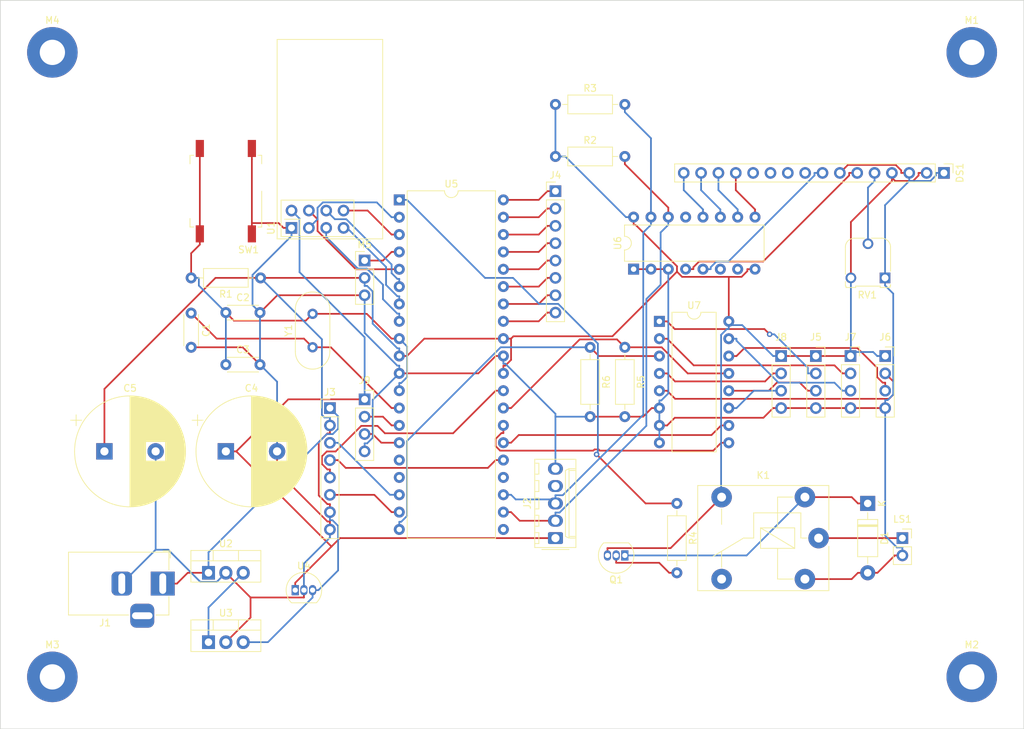
<source format=kicad_pcb>
(kicad_pcb (version 20211014) (generator pcbnew)
  (layers (0 "F.Cu" signal) (31 "B.Cu" signal) (34 "B.Paste" user) (35 "F.Paste" user) (36 "B.SilkS" user "B.Silkscreen") (37 "F.SilkS" user "F.Silkscreen") (38 "B.Mask" user) (39 "F.Mask" user) (44 "Edge.Cuts" user))
  (net 0 "")
  (net 1 "Net-(C1-Pad1)")
  (net 2 "/Atmega32/GND")
  (net 3 "Net-(C2-Pad1)")
  (net 4 "/Power Supply/3.3V")
  (net 5 "/Atmega32/5V")
  (net 6 "Net-(D1-Pad1)")
  (net 7 "Net-(DS1-Pad5)")
  (net 8 "Net-(DS1-Pad6)")
  (net 9 "Net-(DS1-Pad8)")
  (net 14 "Net-(DS1-Pad13)")
  (net 15 "Net-(DS1-Pad14)")
  (net 16 "Net-(DS1-Pad15)")
  (net 17 "Net-(DS1-Pad16)")
  (net 18 "/Power Supply/12V")
  (net 19 "/Atmega32/SCL")
  (net 20 "/Atmega32/SDA")
  (net 22 "/Atmega32/D4")
  (net 23 "/Atmega32/C3")
  (net 24 "/Atmega32/C7")
  (net 25 "/Atmega32/D5")
  (net 26 "/Atmega32/A0")
  (net 27 "/Atmega32/A1")
  (net 28 "/Atmega32/A2")
  (net 29 "/Atmega32/A3")
  (net 30 "/Atmega32/A4")
  (net 31 "/Atmega32/A5")
  (net 32 "/Atmega32/A6")
  (net 33 "/Atmega32/A7")
  (net 34 "Net-(J5-Pad2)")
  (net 35 "Net-(J5-Pad3)")
  (net 36 "Net-(J6-Pad2)")
  (net 37 "Net-(J6-Pad3)")
  (net 38 "Net-(J7-Pad2)")
  (net 39 "Net-(J7-Pad3)")
  (net 40 "Net-(J8-Pad2)")
  (net 41 "Net-(J8-Pad3)")
  (net 42 "/Atmega32/Rx")
  (net 43 "/Atmega32/Tx")
  (net 44 "Net-(K1-Pad11)")
  (net 46 "/Atmega32/B3")
  (net 47 "Net-(Q1-Pad2)")
  (net 48 "/Atmega32/B0")
  (net 49 "/Atmega32/C6")
  (net 50 "/Atmega32/D6")
  (net 51 "/Atmega32/CE")
  (net 52 "/Atmega32/CSN")
  (net 53 "/Atmega32/SCK")
  (net 54 "/Atmega32/MOSI")
  (net 55 "/Atmega32/MISO")
  (net 56 "/Atmega32/IRQ")
  (net 57 "Net-(U2-Pad3)")
  (net 62 "/Atmega32/C4")
  (net 63 "/Atmega32/C5")
  (footprint "MountingHole:MountingHole_3.7mm_Pad" (layer "F.Cu") (at 78.745 134.4703)
    (fp_text reference "M3")
    (fp_text value "MountingHole_3.7mm_Pad" hide)
  )
  (footprint "Connector_PinSocket_2.54mm:PinSocket_1x04_P2.54mm_Vertical" (layer "F.Cu") (at 185.45 87.4903)
    (fp_text reference "J8")
    (fp_text value "Ultrasonic Right Back")
  )
  (footprint "Package_TO_SOT_THT:TO-92_Inline" (layer "F.Cu") (at 114.305 121.7703)
    (fp_text reference "U4")
    (fp_text value "L78L33_TO92")
  )
  (footprint "Resistor_THT:R_Axial_DIN0207_L6.3mm_D2.5mm_P10.16mm_Horizontal" (layer "F.Cu") (at 157.485 86.2103 -90)
    (fp_text reference "R6")
    (fp_text value "10k")
  )
  (footprint "Connector_PinHeader_2.54mm:PinHeader_1x16_P2.54mm_Vertical" (layer "F.Cu") (at 209.29 60.6803 -90)
    (fp_text reference "DS1")
    (fp_text value "HY1602E")
  )
  (footprint "Diode_THT:D_DO-41_SOD81_P10.16mm_Horizontal" (layer "F.Cu") (at 198.125 109.0703 -90)
    (fp_text reference "D1")
    (fp_text value "1N4007")
  )
  (footprint "Crystal:Crystal_HC18-U_Vertical" (layer "F.Cu") (at 116.845 86.2103 90)
    (fp_text reference "Y1")
    (fp_text value "Crystal")
  )
  (footprint "Package_TO_SOT_THT:TO-220-3_Vertical" (layer "F.Cu") (at 101.605 129.3903)
    (fp_text reference "U3")
    (fp_text value "L7805")
  )
  (footprint "Capacitor_THT:C_Disc_D4.3mm_W1.9mm_P5.00mm" (layer "F.Cu") (at 104.145 88.7503)
    (fp_text reference "C3")
    (fp_text value "10uF")
  )
  (footprint "Capacitor_THT:CP_Radial_D16.0mm_P7.50mm" (layer "F.Cu") (at 86.365 101.4503)
    (fp_text reference "C5")
    (fp_text value "470uF")
  )
  (footprint "Resistor_THT:R_Axial_DIN0207_L6.3mm_D2.5mm_P10.16mm_Horizontal" (layer "F.Cu") (at 152.405 50.6503)
    (fp_text reference "R3")
    (fp_text value "4.7k")
  )
  (footprint "Resistor_THT:R_Axial_DIN0207_L6.3mm_D2.5mm_P10.16mm_Horizontal" (layer "F.Cu") (at 162.565 86.2103 -90)
    (fp_text reference "R5")
    (fp_text value "10k")
  )
  (footprint "Connector_PinHeader_2.54mm:PinHeader_1x08_P2.54mm_Vertical" (layer "F.Cu") (at 119.385 95.1153)
    (fp_text reference "J3")
    (fp_text value "Motor Drive")
  )
  (footprint "Connector_PinHeader_2.54mm:PinHeader_1x08_P2.54mm_Vertical" (layer "F.Cu") (at 152.405 63.3503)
    (fp_text reference "J4")
    (fp_text value "Keypad 4x4")
  )
  (footprint "MountingHole:MountingHole_3.7mm_Pad" (layer "F.Cu") (at 213.365 134.4703)
    (fp_text reference "M2")
    (fp_text value "MountingHole_3.7mm_Pad" hide)
  )
  (footprint "Connector_PinSocket_2.54mm:PinSocket_1x04_P2.54mm_Vertical" (layer "F.Cu") (at 195.61 87.4903)
    (fp_text reference "J7")
    (fp_text value "Ultrasonic Left Back")
  )
  (footprint "Connector_PinSocket_2.54mm:PinSocket_1x04_P2.54mm_Vertical" (layer "F.Cu") (at 124.465 93.8303)
    (fp_text reference "J9")
    (fp_text value "GPS Module")
  )
  (footprint "Resistor_THT:R_Axial_DIN0207_L6.3mm_D2.5mm_P10.16mm_Horizontal" (layer "F.Cu") (at 152.405 58.2703)
    (fp_text reference "R2")
    (fp_text value "4.7k")
  )
  (footprint "MountingHole:MountingHole_3.7mm_Pad" (layer "F.Cu") (at 213.365 43.0303)
    (fp_text reference "M1")
    (fp_text value "MountingHole_3.7mm_Pad" hide)
  )
  (footprint "Capacitor_THT:C_Disc_D4.3mm_W1.9mm_P5.00mm" (layer "F.Cu") (at 104.145 81.1303)
    (fp_text reference "C2")
    (fp_text value "22pF")
  )
  (footprint "Capacitor_THT:C_Disc_D4.3mm_W1.9mm_P5.00mm" (layer "F.Cu") (at 99.065 81.2103 -90)
    (fp_text reference "C1")
    (fp_text value "22pF")
  )
  (footprint "Package_DIP:DIP-40_W15.24mm" (layer "F.Cu") (at 129.54 64.6253)
    (fp_text reference "U5")
    (fp_text value "ATmega32-16P")
  )
  (footprint "Connector_BarrelJack:BarrelJack_Horizontal" (layer "F.Cu") (at 94.905 120.8128)
    (fp_text reference "J1")
    (fp_text value "Barrel_Jack")
  )
  (footprint "Connector_PinSocket_2.54mm:PinSocket_1x02_P2.54mm_Vertical" (layer "F.Cu") (at 203.205 114.1503)
    (fp_text reference "LS1")
    (fp_text value "Speaker")
  )
  (footprint "Package_TO_SOT_THT:TO-220-3_Vertical" (layer "F.Cu") (at 101.605 119.2303)
    (fp_text reference "U2")
    (fp_text value "L7809")
  )
  (footprint "Resistor_THT:R_Axial_DIN0207_L6.3mm_D2.5mm_P10.16mm_Horizontal" (layer "F.Cu") (at 170.185 109.0703 -90)
    (fp_text reference "R4")
    (fp_text value "100k")
  )
  (footprint "Package_DIP:DIP-16_W10.16mm" (layer "F.Cu") (at 167.625 82.4153)
    (fp_text reference "U7")
    (fp_text value "CD4052B")
  )
  (footprint "MountingHole:MountingHole_3.7mm_Pad" (layer "F.Cu") (at 78.745 43.0303)
    (fp_text reference "M4")
    (fp_text value "MountingHole_3.7mm_Pad" hide)
  )
  (footprint "Resistor_THT:R_Axial_DIN0207_L6.3mm_D2.5mm_P10.16mm_Horizontal" (layer "F.Cu") (at 109.225 76.0503 180)
    (fp_text reference "R1")
    (fp_text value "10k")
  )
  (footprint "Package_DIP:DIP-16_W7.62mm" (layer "F.Cu") (at 163.85 74.7703 90)
    (fp_text reference "U6")
    (fp_text value "PCF8574A")
  )
  (footprint "RF_Module:nRF24L01_Breakout" (layer "F.Cu") (at 113.76 68.7303 90)
    (fp_text reference "U1")
    (fp_text value "NRF24L01")
  )
  (footprint "Potentiometer_THT:Potentiometer_Runtron_RM-065_Vertical" (layer "F.Cu") (at 200.665 76.0503 180)
    (fp_text reference "RV1")
    (fp_text value "Potentiometer")
  )
  (footprint "Button_Switch_SMD:SW_MEC_5GSH9" (layer "F.Cu") (at 104.145 63.3503 180)
    (fp_text reference "SW1")
    (fp_text value "Reset Button")
  )
  (footprint "Connector_PinSocket_2.54mm:PinSocket_1x04_P2.54mm_Vertical" (layer "F.Cu") (at 200.69 87.4903)
    (fp_text reference "J6")
    (fp_text value "Ultrasonic Right Front")
  )
  (footprint "Connector_PinHeader_2.54mm:PinHeader_1x03_P2.54mm_Vertical" (layer "F.Cu") (at 124.465 73.5103)
    (fp_text reference "M5")
    (fp_text value "Motor_Servo")
  )
  (footprint "Capacitor_THT:CP_Radial_D16.0mm_P7.50mm" (layer "F.Cu") (at 104.145 101.4503)
    (fp_text reference "C4")
    (fp_text value "470uF")
  )
  (footprint "Relay_THT:Relay_SPDT_Finder_36.11" (layer "F.Cu") (at 190.935 114.1503 180)
    (fp_text reference "K1")
    (fp_text value "Relay")
  )
  (footprint "Connector_PinSocket_2.54mm:PinSocket_1x04_P2.54mm_Vertical" (layer "F.Cu") (at 190.53 87.4903)
    (fp_text reference "J5")
    (fp_text value "Ultrasonic Left Front")
  )
  (footprint "Package_TO_SOT_THT:TO-92_Inline" (layer "F.Cu") (at 162.565 116.6903 180)
    (fp_text reference "Q1")
    (fp_text value "PN2222A")
  )
  (footprint "Connector_Molex:Molex_KK-254_AE-6410-05A_1x05_P2.54mm_Vertical" (layer "F.Cu") (at 152.405 114.1503 90)
    (fp_text reference "J2")
    (fp_text value "HMC5883L")
  )
  (gr_line (start 220.985 35.4103) (end 220.985 142.0903) (layer "Edge.Cuts") (width 0.1))
  (gr_line (start 220.985 142.0903) (end 71.125 142.0903) (layer "Edge.Cuts") (width 0.1))
  (gr_line (start 71.125 35.4103) (end 220.985 35.4103) (layer "Edge.Cuts") (width 0.1))
  (gr_line (start 71.125 142.0903) (end 71.125 35.4103) (layer "Edge.Cuts") (width 0.1))
  (segment (start 99.065 81.2103) (end 102.795 84.9403) (width 0.25) (layer "F.Cu") (net 1))
  (segment (start 119.5197 86.2103) (end 116.845 86.2103) (width 0.25) (layer "F.Cu") (net 1))
  (segment (start 102.795 84.9403) (end 115.575 84.9403) (width 0.25) (layer "F.Cu") (net 1))
  (segment (start 129.54 95.1053) (end 128.4147 95.1053) (width 0.25) (layer "F.Cu") (net 1))
  (segment (start 128.4147 95.1053) (end 119.5197 86.2103) (width 0.25) (layer "F.Cu") (net 1))
  (segment (start 115.575 84.9403) (end 116.845 86.2103) (width 0.25) (layer "F.Cu") (net 1))
  (segment (start 167.625 95.1153) (end 166.4997 95.1153) (width 0.25) (layer "F.Cu") (net 2))
  (segment (start 195.7797 120.1503) (end 196.6997 119.2303) (width 0.25) (layer "F.Cu") (net 2))
  (segment (start 167.625 97.6553) (end 168.7503 97.6553) (width 0.25) (layer "F.Cu") (net 2))
  (segment (start 188.935 120.1503) (end 195.7797 120.1503) (width 0.25) (layer "F.Cu") (net 2))
  (segment (start 104.145 119.2303) (end 107.7603 122.8456) (width 0.25) (layer "F.Cu") (net 2))
  (segment (start 115.575 121.7703) (end 115.575 122.8456) (width 0.25) (layer "F.Cu") (net 2))
  (segment (start 111.8794 68.025) (end 112.5847 68.7303) (width 0.25) (layer "F.Cu") (net 2))
  (segment (start 166.39 74.7703) (end 163.85 74.7703) (width 0.25) (layer "F.Cu") (net 2))
  (segment (start 124.465 78.5903) (end 111.685 78.5903) (width 0.25) (layer "F.Cu") (net 2))
  (segment (start 203.0347 60.3129) (end 203.0347 60.6803) (width 0.25) (layer "F.Cu") (net 2))
  (segment (start 169.8756 96.53) (end 182.855 96.53) (width 0.25) (layer "F.Cu") (net 2))
  (segment (start 202.0297 116.6903) (end 202.0297 116.7509) (width 0.25) (layer "F.Cu") (net 2))
  (segment (start 111.685 78.5903) (end 109.145 81.1303) (width 0.25) (layer "F.Cu") (net 2))
  (segment (start 198.125 119.2303) (end 196.6997 119.2303) (width 0.25) (layer "F.Cu") (net 2))
  (segment (start 195.2253 59.505) (end 202.2268 59.505) (width 0.25) (layer "F.Cu") (net 2))
  (segment (start 104.145 129.3903) (end 107.7603 125.775) (width 0.25) (layer "F.Cu") (net 2))
  (segment (start 168.93 74.7703) (end 166.39 74.7703) (width 0.25) (layer "F.Cu") (net 2))
  (segment (start 182.855 96.53) (end 184.2747 95.1103) (width 0.25) (layer "F.Cu") (net 2))
  (segment (start 162.565 96.3703) (end 165.2447 96.3703) (width 0.25) (layer "F.Cu") (net 2))
  (segment (start 202.2268 59.505) (end 203.0347 60.3129) (width 0.25) (layer "F.Cu") (net 2))
  (segment (start 195.61 95.1103) (end 190.53 95.1103) (width 0.25) (layer "F.Cu") (net 2))
  (segment (start 119.0177 111.72) (end 119.385 111.72) (width 0.25) (layer "F.Cu") (net 2))
  (segment (start 113.76 68.7303) (end 112.5847 68.7303) (width 0.25) (layer "F.Cu") (net 2))
  (segment (start 165.2447 96.3703) (end 166.4997 95.1153) (width 0.25) (layer "F.Cu") (net 2))
  (segment (start 111.645 101.4503) (end 111.645 104.3473) (width 0.25) (layer "F.Cu") (net 2))
  (segment (start 157.485 96.3703) (end 162.565 96.3703) (width 0.25) (layer "F.Cu") (net 2))
  (segment (start 107.955 57.1003) (end 107.955 58.6756) (width 0.25) (layer "F.Cu") (net 2))
  (segment (start 144.78 87.4853) (end 143.6547 87.4853) (width 0.25) (layer "F.Cu") (net 2))
  (segment (start 106.605 86.2103) (end 109.145 88.7503) (width 0.25) (layer "F.Cu") (net 2))
  (segment (start 198.125 119.2303) (end 199.5503 119.2303) (width 0.25) (layer "F.Cu") (net 2))
  (segment (start 202.0297 116.7509) (end 199.5503 119.2303) (width 0.25) (layer "F.Cu") (net 2))
  (segment (start 107.955 69.6003) (end 107.955 68.025) (width 0.25) (layer "F.Cu") (net 2))
  (segment (start 185.45 95.1103) (end 184.2747 95.1103) (width 0.25) (layer "F.Cu") (net 2))
  (segment (start 119.385 112.8953) (end 119.385 111.72) (width 0.25) (layer "F.Cu") (net 2))
  (segment (start 203.205 116.6903) (end 202.0297 116.6903) (width 0.25) (layer "F.Cu") (net 2))
  (segment (start 141.1147 90.0253) (end 143.6547 87.4853) (width 0.25) (layer "F.Cu") (net 2))
  (segment (start 129.54 90.0253) (end 141.1147 90.0253) (width 0.25) (layer "F.Cu") (net 2))
  (segment (start 99.065 86.2103) (end 106.605 86.2103) (width 0.25) (layer "F.Cu") (net 2))
  (segment (start 194.05 60.6803) (end 195.2253 59.505) (width 0.25) (layer "F.Cu") (net 2))
  (segment (start 200.69 95.1103) (end 195.61 95.1103) (width 0.25) (layer "F.Cu") (net 2))
  (segment (start 190.53 95.1103) (end 185.45 95.1103) (width 0.25) (layer "F.Cu") (net 2))
  (segment (start 107.7603 122.8456) (end 115.575 122.8456) (width 0.25) (layer "F.Cu") (net 2))
  (segment (start 111.645 104.3473) (end 119.0177 111.72) (width 0.25) (layer "F.Cu") (net 2))
  (segment (start 107.7603 125.775) (end 107.7603 122.8456) (width 0.25) (layer "F.Cu") (net 2))
  (segment (start 107.955 68.025) (end 111.8794 68.025) (width 0.25) (layer "F.Cu") (net 2))
  (segment (start 107.955 68.025) (end 107.955 58.6756) (width 0.25) (layer "F.Cu") (net 2))
  (segment (start 168.7503 97.6553) (end 169.8756 96.53) (width 0.25) (layer "F.Cu") (net 2))
  (segment (start 204.21 60.6803) (end 203.0347 60.6803) (width 0.25) (layer "F.Cu") (net 2))
  (segment (start 108.0504 80.0357) (end 108.0504 75.6152) (width 0.25) (layer "B.Cu") (net 2))
  (segment (start 129.54 90.0253) (end 129.54 88.9) (width 0.25) (layer "B.Cu") (net 2))
  (segment (start 200.69 95.1103) (end 200.69 93.935) (width 0.25) (layer "B.Cu") (net 2))
  (segment (start 124.465 78.5903) (end 124.465 84.1063) (width 0.25) (layer "B.Cu") (net 2))
  (segment (start 201.0574 93.935) (end 200.69 93.935) (width 0.25) (layer "B.Cu") (net 2))
  (segment (start 204.21 61.8556) (end 200.665 65.4006) (width 0.25) (layer "B.Cu") (net 2))
  (segment (start 115.575 117.8806) (end 115.575 121.7703) (width 0.25) (layer "B.Cu") (net 2))
  (segment (start 109.145 88.7503) (end 111.645 91.2503) (width 0.25) (layer "B.Cu") (net 2))
  (segment (start 125.6403 99.4671) (end 125.6403 93.925) (width 0.25) (layer "B.Cu") (net 2))
  (segment (start 202.397 115.515) (end 200.69 113.808) (width 0.25) (layer "B.Cu") (net 2))
  (segment (start 203.205 116.6903) (end 203.205 115.515) (width 0.25) (layer "B.Cu") (net 2))
  (segment (start 167.9063 93.99) (end 167.625 93.99) (width 0.25) (layer "B.Cu") (net 2))
  (segment (start 129.2587 88.9) (end 129.54 88.9) (width 0.25) (layer "B.Cu") (net 2))
  (segment (start 109.145 81.1303) (end 108.0504 80.0357) (width 0.25) (layer "B.Cu") (net 2))
  (segment (start 124.465 100.275) (end 124.8324 100.275) (width 0.25) (layer "B.Cu") (net 2))
  (segment (start 152.405 96.3703) (end 157.485 96.3703) (width 0.25) (layer "B.Cu") (net 2))
  (segment (start 204.21 61.8556) (end 207.3068 61.8556) (width 0.25) (layer "B.Cu") (net 2))
  (segment (start 200.665 77.1556) (end 201.8653 78.3559) (width 0.25) (layer "B.Cu") (net 2))
  (segment (start 108.0504 75.6152) (end 113.76 69.9056) (width 0.25) (layer "B.Cu") (net 2))
  (segment (start 200.665 76.0503) (end 200.665 77.1556) (width 0.25) (layer "B.Cu") (net 2))
  (segment (start 204.21 61.743) (end 204.21 61.8556) (width 0.25) (layer "B.Cu") (net 2))
  (segment (start 93.865 115.8528) (end 95.7025 115.8528) (width 0.25) (layer "B.Cu") (net 2))
  (segment (start 144.78 87.4853) (end 144.78 88.6106) (width 0.25) (layer "B.Cu") (net 2))
  (segment (start 100.4054 120.5557) (end 102.8196 120.5557) (width 0.25) (layer "B.Cu") (net 2))
  (segment (start 204.21 60.6803) (end 204.21 61.743) (width 0.25) (layer "B.Cu") (net 2))
  (segment (start 124.465 84.1063) (end 129.2587 88.9) (width 0.25) (layer "B.Cu") (net 2))
  (segment (start 200.69 113.808) (end 200.69 95.1103) (width 0.25) (layer "B.Cu") (net 2))
  (segment (start 93.865 115.8528) (end 88.905 120.8128) (width 0.25) (layer "B.Cu") (net 2))
  (segment (start 203.205 115.515) (end 202.397 115.515) (width 0.25) (layer "B.Cu") (net 2))
  (segment (start 102.8196 120.5557) (end 104.145 119.2303) (width 0.25) (layer "B.Cu") (net 2))
  (segment (start 152.405 95.9543) (end 145.0613 88.6106) (width 0.25) (layer "B.Cu") (net 2))
  (segment (start 201.8653 78.3559) (end 201.8653 93.1271) (width 0.25) (layer "B.Cu") (net 2))
  (segment (start 145.0613 88.6106) (end 144.78 88.6106) (width 0.25) (layer "B.Cu") (net 2))
  (segment (start 167.625 97.6553) (end 167.625 95.1153) (width 0.25) (layer "B.Cu") (net 2))
  (segment (start 167.625 95.1153) (end 167.625 93.99) (width 0.25) (layer "B.Cu") (net 2))
  (segment (start 111.645 91.2503) (end 111.645 101.4503) (width 0.25) (layer "B.Cu") (net 2))
  (segment (start 93.865 101.4503) (end 93.865 115.8528) (width 0.25) (layer "B.Cu") (net 2))
  (segment (start 109.145 81.1303) (end 109.145 88.7503) (width 0.25) (layer "B.Cu") (net 2))
  (segment (start 95.7025 115.8528) (end 100.4054 120.5557) (width 0.25) (layer "B.Cu") (net 2))
  (segment (start 168.93 74.7703) (end 168.93 92.9663) (width 0.25) (layer "B.Cu") (net 2))
  (segment (start 167.625 100.1953) (end 167.625 97.6553) (width 0.25) (layer "B.Cu") (net 2))
  (segment (start 168.93 92.9663) (end 167.9063 93.99) (width 0.25) (layer "B.Cu") (net 2))
  (segment (start 209.29 60.6803) (end 208.1147 60.6803) (width 0.25) (layer "B.Cu") (net 2))
  (segment (start 201.8653 93.1271) (end 201.0574 93.935) (width 0.25) (layer "B.Cu") (net 2))
  (segment (start 119.385 114.0706) (end 115.575 117.8806) (width 0.25) (layer "B.Cu") (net 2))
  (segment (start 207.3068 61.8556) (end 208.1147 61.0477) (width 0.25) (layer "B.Cu") (net 2))
  (segment (start 152.405 96.3703) (end 152.405 95.9543) (width 0.25) (layer "B.Cu") (net 2))
  (segment (start 113.76 68.7303) (end 113.76 69.9056) (width 0.25) (layer "B.Cu") (net 2))
  (segment (start 124.465 101.4503) (end 124.465 100.275) (width 0.25) (layer "B.Cu") (net 2))
  (segment (start 119.385 112.8953) (end 119.385 114.0706) (width 0.25) (layer "B.Cu") (net 2))
  (segment (start 152.405 103.3926) (end 152.405 96.3703) (width 0.25) (layer "B.Cu") (net 2))
  (segment (start 208.1147 61.0477) (end 208.1147 60.6803) (width 0.25) (layer "B.Cu") (net 2))
  (segment (start 152.405 103.9903) (end 152.405 103.3926) (width 0.25) (layer "B.Cu") (net 2))
  (segment (start 200.665 65.4006) (end 200.665 76.0503) (width 0.25) (layer "B.Cu") (net 2))
  (segment (start 124.8324 100.275) (end 125.6403 99.4671) (width 0.25) (layer "B.Cu") (net 2))
  (segment (start 125.6403 93.925) (end 129.54 90.0253) (width 0.25) (layer "B.Cu") (net 2))
  (segment (start 104.145 81.1303) (end 105.3205 82.3058) (width 0.25) (layer "F.Cu") (net 3))
  (segment (start 100.335 57.1003) (end 100.335 69.6003) (width 0.25) (layer "F.Cu") (net 3))
  (segment (start 115.8495 82.3058) (end 116.845 81.3103) (width 0.25) (layer "F.Cu") (net 3))
  (segment (start 105.3205 82.3058) (end 115.8495 82.3058) (width 0.25) (layer "F.Cu") (net 3))
  (segment (start 99.065 72.4456) (end 99.065 76.0503) (width 0.25) (layer "F.Cu") (net 3))
  (segment (start 129.54 84.9453) (end 128.4147 84.9453) (width 0.25) (layer "F.Cu") (net 3))
  (segment (start 124.7797 81.3103) (end 116.845 81.3103) (width 0.25) (layer "F.Cu") (net 3))
  (segment (start 100.335 71.1756) (end 99.065 72.4456) (width 0.25) (layer "F.Cu") (net 3))
  (segment (start 100.335 69.6003) (end 100.335 71.1756) (width 0.25) (layer "F.Cu") (net 3))
  (segment (start 128.4147 84.9453) (end 124.7797 81.3103) (width 0.25) (layer "F.Cu") (net 3))
  (segment (start 104.145 81.1303) (end 104.145 88.7503) (width 0.25) (layer "B.Cu") (net 3))
  (segment (start 130.6754 90.5859) (end 130.6754 86.0807) (width 0.25) (layer "B.Cu") (net 3))
  (segment (start 129.54 91.44) (end 129.8213 91.44) (width 0.25) (layer "B.Cu") (net 3))
  (segment (start 129.54 92.5653) (end 129.54 91.44) (width 0.25) (layer "B.Cu") (net 3))
  (segment (start 100.1903 76.0503) (end 100.1903 77.1756) (width 0.25) (layer "B.Cu") (net 3))
  (segment (start 100.1903 77.1756) (end 104.145 81.1303) (width 0.25) (layer "B.Cu") (net 3))
  (segment (start 129.8213 91.44) (end 130.6754 90.5859) (width 0.25) (layer "B.Cu") (net 3))
  (segment (start 99.065 76.0503) (end 100.1903 76.0503) (width 0.25) (layer "B.Cu") (net 3))
  (segment (start 130.6754 86.0807) (end 129.54 84.9453) (width 0.25) (layer "B.Cu") (net 3))
  (segment (start 119.61 115.39) (end 105.6703 101.4503) (width 0.25) (layer "F.Cu") (net 4))
  (segment (start 114.305 121.7703) (end 114.305 120.695) (width 0.25) (layer "F.Cu") (net 4))
  (segment (start 113.2903 93.8303) (end 105.6703 101.4503) (width 0.25) (layer "F.Cu") (net 4))
  (segment (start 152.405 114.1503) (end 120.8497 114.1503) (width 0.25) (layer "F.Cu") (net 4))
  (segment (start 119.61 115.39) (end 114.305 120.695) (width 0.25) (layer "F.Cu") (net 4))
  (segment (start 104.145 101.4503) (end 105.6703 101.4503) (width 0.25) (layer "F.Cu") (net 4))
  (segment (start 124.465 93.8303) (end 113.2903 93.8303) (width 0.25) (layer "F.Cu") (net 4))
  (segment (start 120.8497 114.1503) (end 119.61 115.39) (width 0.25) (layer "F.Cu") (net 4))
  (segment (start 114.9354 75.2136) (end 124.465 84.7432) (width 0.25) (layer "B.Cu") (net 4))
  (segment (start 124.465 84.7432) (end 124.465 93.8303) (width 0.25) (layer "B.Cu") (net 4))
  (segment (start 113.76 66.1903) (end 114.9354 67.3657) (width 0.25) (layer "B.Cu") (net 4))
  (segment (start 114.9354 67.3657) (end 114.9354 75.2136) (width 0.25) (layer "B.Cu") (net 4))
  (segment (start 119.0177 109.18) (end 119.385 109.18) (width 0.25) (layer "F.Cu") (net 5))
  (segment (start 145.0614 88.9) (end 145.9053 88.0561) (width 0.25) (layer "F.Cu") (net 5))
  (segment (start 146.2526 84.598) (end 145.9053 84.9453) (width 0.25) (layer "F.Cu") (net 5))
  (segment (start 206.75 60.6803) (end 205.5747 60.6803) (width 0.25) (layer "F.Cu") (net 5))
  (segment (start 117.7473 107.9096) (end 119.0177 109.18) (width 0.25) (layer "F.Cu") (net 5))
  (segment (start 170.2 75.1472) (end 160.7492 84.598) (width 0.25) (layer "F.Cu") (net 5))
  (segment (start 145.9053 88.0561) (end 145.9053 84.9453) (width 0.25) (layer "F.Cu") (net 5))
  (segment (start 144.78 84.9453) (end 133.2053 84.9453) (width 0.25) (layer "F.Cu") (net 5))
  (segment (start 102.6247 76.0503) (end 86.365 92.31) (width 0.25) (layer "F.Cu") (net 5))
  (segment (start 201.67 60.6803) (end 201.67 61.3805) (width 0.25) (layer "F.Cu") (net 5))
  (segment (start 180.5047 75.0517) (end 180.5047 74.7703) (width 0.25) (layer "F.Cu") (net 5))
  (segment (start 170.2 74.3443) (end 170.2 75.1472) (width 0.25) (layer "F.Cu") (net 5))
  (segment (start 144.78 88.9) (end 145.0614 88.9) (width 0.25) (layer "F.Cu") (net 5))
  (segment (start 201.67 61.3805) (end 201.67 61.8556) (width 0.25) (layer "F.Cu") (net 5))
  (segment (start 170.2 75.1472) (end 170.9484 75.8956) (width 0.25) (layer "F.Cu") (net 5))
  (segment (start 169.2703 115.615) (end 160.025 115.615) (width 0.25) (layer "F.Cu") (net 5))
  (segment (start 170.9484 75.8956) (end 177.785 75.8956) (width 0.25) (layer "F.Cu") (net 5))
  (segment (start 144.78 84.9453) (end 145.9053 84.9453) (width 0.25) (layer "F.Cu") (net 5))
  (segment (start 177.785 81.29) (end 177.785 75.8956) (width 0.25) (layer "F.Cu") (net 5))
  (segment (start 119.385 97.6553) (end 119.385 98.8306) (width 0.25) (layer "F.Cu") (net 5))
  (segment (start 119.0177 98.8306) (end 117.7473 100.101) (width 0.25) (layer "F.Cu") (net 5))
  (segment (start 190.53 87.4903) (end 185.45 87.4903) (width 0.25) (layer "F.Cu") (net 5))
  (segment (start 129.54 87.4853) (end 130.6653 87.4853) (width 0.25) (layer "F.Cu") (net 5))
  (segment (start 181.63 74.7703) (end 180.5047 74.7703) (width 0.25) (layer "F.Cu") (net 5))
  (segment (start 177.785 82.4153) (end 177.785 81.29) (width 0.25) (layer "F.Cu") (net 5))
  (segment (start 160.7492 84.598) (end 146.2526 84.598) (width 0.25) (layer "F.Cu") (net 5))
  (segment (start 195.61 87.4903) (end 190.53 87.4903) (width 0.25) (layer "F.Cu") (net 5))
  (segment (start 117.7473 100.101) (end 117.7473 107.9096) (width 0.25) (layer "F.Cu") (net 5))
  (segment (start 176.735 108.1503) (end 169.2703 115.615) (width 0.25) (layer "F.Cu") (net 5))
  (segment (start 124.465 76.0503) (end 109.225 76.0503) (width 0.25) (layer "F.Cu") (net 5))
  (segment (start 144.78 90.0253) (end 144.78 88.9) (width 0.25) (layer "F.Cu") (net 5))
  (segment (start 202.1451 61.8556) (end 204.7668 61.8556) (width 0.25) (layer "F.Cu") (net 5))
  (segment (start 119.385 98.8306) (end 119.0177 98.8306) (width 0.25) (layer "F.Cu") (net 5))
  (segment (start 119.385 110.3553) (end 119.385 109.18) (width 0.25) (layer "F.Cu") (net 5))
  (segment (start 179.6608 75.8956) (end 180.5047 75.0517) (width 0.25) (layer "F.Cu") (net 5))
  (segment (start 109.225 76.0503) (end 102.6247 76.0503) (width 0.25) (layer "F.Cu") (net 5))
  (segment (start 195.665 76.0503) (end 195.665 67.8606) (width 0.25) (layer "F.Cu") (net 5))
  (segment (start 177.785 75.8956) (end 179.6608 75.8956) (width 0.25) (layer "F.Cu") (net 5))
  (segment (start 160.025 116.6903) (end 160.025 115.615) (width 0.25) (layer "F.Cu") (net 5))
  (segment (start 204.7668 61.8556) (end 205.5747 61.0477) (width 0.25) (layer "F.Cu") (net 5))
  (segment (start 86.365 92.31) (end 86.365 101.4503) (width 0.25) (layer "F.Cu") (net 5))
  (segment (start 205.5747 61.0477) (end 205.5747 60.6803) (width 0.25) (layer "F.Cu") (net 5))
  (segment (start 163.85 68.2756) (end 164.1313 68.2756) (width 0.25) (layer "F.Cu") (net 5))
  (segment (start 133.2053 84.9453) (end 130.6653 87.4853) (width 0.25) (layer "F.Cu") (net 5))
  (segment (start 201.67 61.3805) (end 202.1451 61.8556) (width 0.25) (layer "F.Cu") (net 5))
  (segment (start 195.665 67.8606) (end 201.67 61.8556) (width 0.25) (layer "F.Cu") (net 5))
  (segment (start 163.85 67.1503) (end 163.85 68.2756) (width 0.25) (layer "F.Cu") (net 5))
  (segment (start 164.1313 68.2756) (end 170.2 74.3443) (width 0.25) (layer "F.Cu") (net 5))
  (segment (start 125.6403 78.0335) (end 124.8324 77.2256) (width 0.25) (layer "B.Cu") (net 5))
  (segment (start 152.405 58.2703) (end 152.405 50.6503) (width 0.25) (layer "B.Cu") (net 5))
  (segment (start 176.6597 84.3845) (end 177.5036 83.5406) (width 0.25) (layer "B.Cu") (net 5))
  (segment (start 195.61 86.9026) (end 198.927 86.9026) (width 0.25) (layer "B.Cu") (net 5))
  (segment (start 195.61 86.9026) (end 195.61 86.315) (width 0.25) (layer "B.Cu") (net 5))
  (segment (start 177.785 82.9635) (end 177.785 83.5406) (width 0.25) (layer "B.Cu") (net 5))
  (segment (start 120.5805 112.3588) (end 120.5805 118.8851) (width 0.25) (layer "B.Cu") (net 5))
  (segment (start 200.69 87.4903) (end 199.5147 87.4903) (width 0.25) (layer "B.Cu") (net 5))
  (segment (start 176.6597 108.075) (end 176.6597 84.3845) (width 0.25) (layer "B.Cu") (net 5))
  (segment (start 177.5036 83.5406) (end 177.785 83.5406) (width 0.25) (layer "B.Cu") (net 5))
  (segment (start 116.845 121.7703) (end 117.6953 121.7703) (width 0.25) (layer "B.Cu") (net 5))
  (segment (start 129.2587 86.36) (end 125.6403 82.7416) (width 0.25) (layer "B.Cu") (net 5))
  (segment (start 106.685 129.3903) (end 110.3003 129.3903) (width 0.25) (layer "B.Cu") (net 5))
  (segment (start 124.465 76.0503) (end 124.465 77.2256) (width 0.25) (layer "B.Cu") (net 5))
  (segment (start 110.3003 129.3903) (end 116.845 122.8456) (width 0.25) (layer "B.Cu") (net 5))
  (segment (start 129.54 86.36) (end 129.2587 86.36) (width 0.25) (layer "B.Cu") (net 5))
  (segment (start 119.385 110.3553) (end 119.385 111.5306) (width 0.25) (layer "B.Cu") (net 5))
  (segment (start 116.845 121.7703) (end 116.845 122.8456) (width 0.25) (layer "B.Cu") (net 5))
  (segment (start 119.385 97.6553) (end 119.385 96.48) (width 0.25) (layer "B.Cu") (net 5))
  (segment (start 176.735 108.1503) (end 176.6597 108.075) (width 0.25) (layer "B.Cu") (net 5))
  (segment (start 125.6403 82.7416) (end 125.6403 78.0335) (width 0.25) (layer "B.Cu") (net 5))
  (segment (start 118.5769 96.48) (end 119.385 96.48) (width 0.25) (layer "B.Cu") (net 5))
  (segment (start 198.927 86.9026) (end 199.5147 87.4903) (width 0.25) (layer "B.Cu") (net 5))
  (segment (start 118.2097 85.035) (end 118.2097 96.1128) (width 0.25) (layer "B.Cu") (net 5))
  (segment (start 162.7247 67.1503) (end 153.8447 58.2703) (width 0.25) (layer "B.Cu") (net 5))
  (segment (start 153.8447 58.2703) (end 152.405 58.2703) (width 0.25) (layer "B.Cu") (net 5))
  (segment (start 163.85 67.1503) (end 162.7247 67.1503) (width 0.25) (layer "B.Cu") (net 5))
  (segment (start 124.8324 77.2256) (end 124.465 77.2256) (width 0.25) (layer "B.Cu") (net 5))
  (segment (start 119.7523 111.5306) (end 120.5805 112.3588) (width 0.25) (layer "B.Cu") (net 5))
  (segment (start 195.665 86.26) (end 195.61 86.315) (width 0.25) (layer "B.Cu") (net 5))
  (segment (start 120.5805 118.8851) (end 117.6953 121.7703) (width 0.25) (layer "B.Cu") (net 5))
  (segment (start 118.2097 96.1128) (end 118.5769 96.48) (width 0.25) (layer "B.Cu") (net 5))
  (segment (start 177.785 82.9635) (end 179.7479 82.9635) (width 0.25) (layer "B.Cu") (net 5))
  (segment (start 119.385 111.5306) (end 119.7523 111.5306) (width 0.25) (layer "B.Cu") (net 5))
  (segment (start 185.45 87.4903) (end 184.2747 87.4903) (width 0.25) (layer "B.Cu") (net 5))
  (segment (start 179.7479 82.9635) (end 184.2747 87.4903) (width 0.25) (layer "B.Cu") (net 5))
  (segment (start 109.225 76.0503) (end 118.2097 85.035) (width 0.25) (layer "B.Cu") (net 5))
  (segment (start 195.61 87.4903) (end 195.61 86.9026) (width 0.25) (layer "B.Cu") (net 5))
  (segment (start 195.665 76.0503) (end 195.665 86.26) (width 0.25) (layer "B.Cu") (net 5))
  (segment (start 129.54 87.4853) (end 129.54 86.36) (width 0.25) (layer "B.Cu") (net 5))
  (segment (start 177.785 82.4153) (end 177.785 82.9635) (width 0.25) (layer "B.Cu") (net 5))
  (segment (start 188.935 108.1503) (end 195.7797 108.1503) (width 0.25) (layer "F.Cu") (net 6))
  (segment (start 198.125 109.0703) (end 196.6997 109.0703) (width 0.25) (layer "F.Cu") (net 6))
  (segment (start 195.7797 108.1503) (end 196.6997 109.0703) (width 0.25) (layer "F.Cu") (net 6))
  (segment (start 162.565 116.6903) (end 180.395 116.6903) (width 0.25) (layer "B.Cu") (net 6))
  (segment (start 180.395 116.6903) (end 188.935 108.1503) (width 0.25) (layer "B.Cu") (net 6))
  (segment (start 198.165 62.8206) (end 199.13 61.8556) (width 0.25) (layer "B.Cu") (net 7))
  (segment (start 199.13 60.6803) (end 199.13 61.8556) (width 0.25) (layer "B.Cu") (net 7))
  (segment (start 198.165 71.0503) (end 198.165 62.8206) (width 0.25) (layer "B.Cu") (net 7))
  (segment (start 196.59 60.6803) (end 195.4147 60.6803) (width 0.25) (layer "F.Cu") (net 8))
  (segment (start 182.8173 73.645) (end 195.4147 61.0476) (width 0.25) (layer "F.Cu") (net 8))
  (segment (start 195.4147 61.0476) (end 195.4147 60.6803) (width 0.25) (layer "F.Cu") (net 8))
  (segment (start 171.47 74.7703) (end 172.5953 74.7703) (width 0.25) (layer "F.Cu") (net 8))
  (segment (start 172.5953 74.4889) (end 173.4392 73.645) (width 0.25) (layer "F.Cu") (net 8))
  (segment (start 172.5953 74.7703) (end 172.5953 74.4889) (width 0.25) (layer "F.Cu") (net 8))
  (segment (start 173.4392 73.645) (end 182.8173 73.645) (width 0.25) (layer "F.Cu") (net 8))
  (segment (start 175.9792 73.645) (end 177.7373 73.645) (width 0.25) (layer "B.Cu") (net 9))
  (segment (start 191.51 60.6803) (end 190.3347 60.6803) (width 0.25) (layer "B.Cu") (net 9))
  (segment (start 177.7373 73.645) (end 190.3347 61.0476) (width 0.25) (layer "B.Cu") (net 9))
  (segment (start 190.3347 61.0476) (end 190.3347 60.6803) (width 0.25) (layer "B.Cu") (net 9))
  (segment (start 175.1353 74.4889) (end 175.9792 73.645) (width 0.25) (layer "B.Cu") (net 9))
  (segment (start 175.1353 74.7703) (end 175.1353 74.4889) (width 0.25) (layer "B.Cu") (net 9))
  (segment (start 174.01 74.7703) (end 175.1353 74.7703) (width 0.25) (layer "B.Cu") (net 9))
  (segment (start 178.81 63.205) (end 178.81 60.6803) (width 0.25) (layer "F.Cu") (net 14))
  (segment (start 181.63 66.025) (end 178.81 63.205) (width 0.25) (layer "F.Cu") (net 14))
  (segment (start 181.63 67.1503) (end 181.63 66.025) (width 0.25) (layer "F.Cu") (net 14))
  (segment (start 179.09 66.025) (end 176.27 63.205) (width 0.25) (layer "B.Cu") (net 15))
  (segment (start 176.27 63.205) (end 176.27 60.6803) (width 0.25) (layer "B.Cu") (net 15))
  (segment (start 179.09 67.1503) (end 179.09 66.025) (width 0.25) (layer "B.Cu") (net 15))
  (segment (start 176.55 66.025) (end 173.73 63.205) (width 0.25) (layer "B.Cu") (net 16))
  (segment (start 176.55 67.1503) (end 176.55 66.025) (width 0.25) (layer "B.Cu") (net 16))
  (segment (start 173.73 63.205) (end 173.73 60.6803) (width 0.25) (layer "B.Cu") (net 16))
  (segment (start 174.01 67.1503) (end 174.01 66.025) (width 0.25) (layer "B.Cu") (net 17))
  (segment (start 171.19 63.205) (end 171.19 60.6803) (width 0.25) (layer "B.Cu") (net 17))
  (segment (start 174.01 66.025) (end 171.19 63.205) (width 0.25) (layer "B.Cu") (net 17))
  (segment (start 101.605 119.2303) (end 98.5628 119.2303) (width 0.25) (layer "F.Cu") (net 18))
  (segment (start 98.5628 119.2303) (end 96.9803 120.8128) (width 0.25) (layer "F.Cu") (net 18))
  (segment (start 94.905 120.8128) (end 96.9803 120.8128) (width 0.25) (layer "F.Cu") (net 18))
  (segment (start 118.9144 98.9253) (end 119.7981 98.9253) (width 0.25) (layer "B.Cu") (net 18))
  (segment (start 101.605 119.2303) (end 101.605 116.2347) (width 0.25) (layer "B.Cu") (net 18))
  (segment (start 120.5988 96.3291) (end 119.385 95.1153) (width 0.25) (layer "B.Cu") (net 18))
  (segment (start 119.7981 98.9253) (end 120.5988 98.1246) (width 0.25) (layer "B.Cu") (net 18))
  (segment (start 120.5988 98.1246) (end 120.5988 96.3291) (width 0.25) (layer "B.Cu") (net 18))
  (segment (start 101.605 116.2347) (end 118.9144 98.9253) (width 0.25) (layer "B.Cu") (net 18))
  (segment (start 168.93 65.7606) (end 162.565 59.3956) (width 0.25) (layer "F.Cu") (net 19))
  (segment (start 162.565 58.2703) (end 162.565 59.3956) (width 0.25) (layer "F.Cu") (net 19))
  (segment (start 168.93 67.1503) (end 168.93 65.7606) (width 0.25) (layer "F.Cu") (net 19))
  (segment (start 147.1703 111.6103) (end 145.9053 110.3453) (width 0.25) (layer "F.Cu") (net 19))
  (segment (start 144.78 110.3453) (end 145.9053 110.3453) (width 0.25) (layer "F.Cu") (net 19))
  (segment (start 152.405 111.6103) (end 147.1703 111.6103) (width 0.25) (layer "F.Cu") (net 19))
  (segment (start 167.8047 69.4009) (end 168.93 68.2756) (width 0.25) (layer "B.Cu") (net 19))
  (segment (start 152.405 111.6103) (end 152.405 110.415) (width 0.25) (layer "B.Cu") (net 19))
  (segment (start 153.0026 110.415) (end 165.7152 97.7024) (width 0.25) (layer "B.Cu") (net 19))
  (segment (start 167.8047 77.053) (end 167.8047 69.4009) (width 0.25) (layer "B.Cu") (net 19))
  (segment (start 165.7152 79.1425) (end 167.8047 77.053) (width 0.25) (layer "B.Cu") (net 19))
  (segment (start 165.7152 97.7024) (end 165.7152 79.1425) (width 0.25) (layer "B.Cu") (net 19))
  (segment (start 152.405 110.415) (end 153.0026 110.415) (width 0.25) (layer "B.Cu") (net 19))
  (segment (start 168.93 67.1503) (end 168.93 68.2756) (width 0.25) (layer "B.Cu") (net 19))
  (segment (start 146.5851 108.4851) (end 145.9053 107.8053) (width 0.25) (layer "B.Cu") (net 20))
  (segment (start 152.405 109.0703) (end 152.405 108.4851) (width 0.25) (layer "B.Cu") (net 20))
  (segment (start 152.405 108.4726) (end 152.405 107.875) (width 0.25) (layer "B.Cu") (net 20))
  (segment (start 162.565 50.6503) (end 162.565 51.7756) (width 0.25) (layer "B.Cu") (net 20))
  (segment (start 152.405 107.875) (end 153.4707 107.875) (width 0.25) (layer "B.Cu") (net 20))
  (segment (start 165.2647 69.4009) (end 166.39 68.2756) (width 0.25) (layer "B.Cu") (net 20))
  (segment (start 162.565 51.7756) (end 166.39 55.6006) (width 0.25) (layer "B.Cu") (net 20))
  (segment (start 166.39 55.6006) (end 166.39 67.1503) (width 0.25) (layer "B.Cu") (net 20))
  (segment (start 166.39 67.1503) (end 166.39 68.2756) (width 0.25) (layer "B.Cu") (net 20))
  (segment (start 153.4707 107.875) (end 165.2647 96.081) (width 0.25) (layer "B.Cu") (net 20))
  (segment (start 152.405 108.4726) (end 152.405 108.4851) (width 0.25) (layer "B.Cu") (net 20))
  (segment (start 165.2647 96.081) (end 165.2647 69.4009) (width 0.25) (layer "B.Cu") (net 20))
  (segment (start 152.405 108.4851) (end 146.5851 108.4851) (width 0.25) (layer "B.Cu") (net 20))
  (segment (start 144.78 107.8053) (end 145.9053 107.8053) (width 0.25) (layer "B.Cu") (net 20))
  (segment (start 128.1703 107.8053) (end 120.5603 100.1953) (width 0.25) (layer "B.Cu") (net 22))
  (segment (start 119.385 100.1953) (end 120.5603 100.1953) (width 0.25) (layer "B.Cu") (net 22))
  (segment (start 129.54 107.8053) (end 128.1703 107.8053) (width 0.25) (layer "B.Cu") (net 22))
  (segment (start 143.6547 102.7253) (end 142.5094 103.8706) (width 0.25) (layer "F.Cu") (net 23))
  (segment (start 119.385 102.7353) (end 120.5603 102.7353) (width 0.25) (layer "F.Cu") (net 23))
  (segment (start 144.78 102.7253) (end 143.6547 102.7253) (width 0.25) (layer "F.Cu") (net 23))
  (segment (start 142.5094 103.8706) (end 121.6956 103.8706) (width 0.25) (layer "F.Cu") (net 23))
  (segment (start 121.6956 103.8706) (end 120.5603 102.7353) (width 0.25) (layer "F.Cu") (net 23))
  (segment (start 126.3517 97.7185) (end 123.966 97.7185) (width 0.25) (layer "F.Cu") (net 24))
  (segment (start 123.966 97.7185) (end 120.2192 101.4653) (width 0.25) (layer "F.Cu") (net 24))
  (segment (start 144.78 92.5653) (end 143.6547 92.5653) (width 0.25) (layer "F.Cu") (net 24))
  (segment (start 118.9227 101.4653) (end 118.2097 102.1783) (width 0.25) (layer "F.Cu") (net 24))
  (segment (start 143.6547 92.5653) (end 137.4166 98.8034) (width 0.25) (layer "F.Cu") (net 24))
  (segment (start 127.4366 98.8034) (end 126.3517 97.7185) (width 0.25) (layer "F.Cu") (net 24))
  (segment (start 118.2097 103.2921) (end 119.0176 104.1) (width 0.25) (layer "F.Cu") (net 24))
  (segment (start 120.2192 101.4653) (end 118.9227 101.4653) (width 0.25) (layer "F.Cu") (net 24))
  (segment (start 137.4166 98.8034) (end 127.4366 98.8034) (width 0.25) (layer "F.Cu") (net 24))
  (segment (start 119.0176 104.1) (end 119.385 104.1) (width 0.25) (layer "F.Cu") (net 24))
  (segment (start 118.2097 102.1783) (end 118.2097 103.2921) (width 0.25) (layer "F.Cu") (net 24))
  (segment (start 119.385 105.2753) (end 119.385 104.1) (width 0.25) (layer "F.Cu") (net 24))
  (segment (start 125.8847 107.8153) (end 119.385 107.8153) (width 0.25) (layer "F.Cu") (net 25))
  (segment (start 129.54 110.3453) (end 128.4147 110.3453) (width 0.25) (layer "F.Cu") (net 25))
  (segment (start 128.4147 110.3453) (end 125.8847 107.8153) (width 0.25) (layer "F.Cu") (net 25))
  (segment (start 152.405 63.3503) (end 151.2297 63.3503) (width 0.25) (layer "F.Cu") (net 26))
  (segment (start 149.9547 64.6253) (end 151.2297 63.3503) (width 0.25) (layer "F.Cu") (net 26))
  (segment (start 144.78 64.6253) (end 149.9547 64.6253) (width 0.25) (layer "F.Cu") (net 26))
  (segment (start 149.9547 67.1653) (end 151.2297 65.8903) (width 0.25) (layer "F.Cu") (net 27))
  (segment (start 144.78 67.1653) (end 149.9547 67.1653) (width 0.25) (layer "F.Cu") (net 27))
  (segment (start 152.405 65.8903) (end 151.2297 65.8903) (width 0.25) (layer "F.Cu") (net 27))
  (segment (start 144.78 69.7053) (end 149.9547 69.7053) (width 0.25) (layer "F.Cu") (net 28))
  (segment (start 152.405 68.4303) (end 151.2297 68.4303) (width 0.25) (layer "F.Cu") (net 28))
  (segment (start 149.9547 69.7053) (end 151.2297 68.4303) (width 0.25) (layer "F.Cu") (net 28))
  (segment (start 149.9547 72.2453) (end 151.2297 70.9703) (width 0.25) (layer "F.Cu") (net 29))
  (segment (start 144.78 72.2453) (end 149.9547 72.2453) (width 0.25) (layer "F.Cu") (net 29))
  (segment (start 152.405 70.9703) (end 151.2297 70.9703) (width 0.25) (layer "F.Cu") (net 29))
  (segment (start 152.405 73.5103) (end 151.2297 73.5103) (width 0.25) (layer "F.Cu") (net 30))
  (segment (start 149.9547 74.7853) (end 151.2297 73.5103) (width 0.25) (layer "F.Cu") (net 30))
  (segment (start 144.78 74.7853) (end 149.9547 74.7853) (width 0.25) (layer "F.Cu") (net 30))
  (segment (start 149.9547 77.3253) (end 151.2297 76.0503) (width 0.25) (layer "F.Cu") (net 31))
  (segment (start 152.405 76.0503) (end 151.2297 76.0503) (width 0.25) (layer "F.Cu") (net 31))
  (segment (start 144.78 77.3253) (end 149.9547 77.3253) (width 0.25) (layer "F.Cu") (net 31))
  (segment (start 149.9547 79.8653) (end 151.2297 78.5903) (width 0.25) (layer "F.Cu") (net 32))
  (segment (start 144.78 79.8653) (end 149.9547 79.8653) (width 0.25) (layer "F.Cu") (net 32))
  (segment (start 152.405 78.5903) (end 151.2297 78.5903) (width 0.25) (layer "F.Cu") (net 32))
  (segment (start 144.78 82.4053) (end 149.9547 82.4053) (width 0.25) (layer "F.Cu") (net 33))
  (segment (start 152.405 81.1303) (end 151.2297 81.1303) (width 0.25) (layer "F.Cu") (net 33))
  (segment (start 149.9547 82.4053) (end 151.2297 81.1303) (width 0.25) (layer "F.Cu") (net 33))
  (segment (start 169.8756 83.5406) (end 168.7503 82.4153) (width 0.25) (layer "F.Cu") (net 34))
  (segment (start 167.625 82.4153) (end 168.7503 82.4153) (width 0.25) (layer "F.Cu") (net 34))
  (segment (start 183.7656 84.3057) (end 183.0005 83.5406) (width 0.25) (layer "F.Cu") (net 34))
  (segment (start 183.0005 83.5406) (end 169.8756 83.5406) (width 0.25) (layer "F.Cu") (net 34))
  (via (at 183.7656 84.3057) (size 0.8) (drill 0.4) (layers "F.Cu" "B.Cu") (net 34))
  (segment (start 189.3547 90.0303) (end 189.3547 89.2125) (width 0.25) (layer "B.Cu") (net 34))
  (segment (start 189.3547 89.2125) (end 184.4479 84.3057) (width 0.25) (layer "B.Cu") (net 34))
  (segment (start 190.53 90.0303) (end 189.3547 90.0303) (width 0.25) (layer "B.Cu") (net 34))
  (segment (start 184.4479 84.3057) (end 183.7656 84.3057) (width 0.25) (layer "B.Cu") (net 34))
  (segment (start 188.159 91.3746) (end 184.8335 91.3746) (width 0.25) (layer "F.Cu") (net 35))
  (segment (start 183.6328 92.5753) (end 177.785 92.5753) (width 0.25) (layer "F.Cu") (net 35))
  (segment (start 189.3547 92.5703) (end 188.159 91.3746) (width 0.25) (layer "F.Cu") (net 35))
  (segment (start 184.8335 91.3746) (end 183.6328 92.5753) (width 0.25) (layer "F.Cu") (net 35))
  (segment (start 190.53 92.5703) (end 189.3547 92.5703) (width 0.25) (layer "F.Cu") (net 35))
  (segment (start 201.2629 93.7557) (end 169.9307 93.7557) (width 0.25) (layer "F.Cu") (net 36))
  (segment (start 167.625 92.5753) (end 168.7503 92.5753) (width 0.25) (layer "F.Cu") (net 36))
  (segment (start 201.89 93.1286) (end 201.2629 93.7557) (width 0.25) (layer "F.Cu") (net 36))
  (segment (start 200.69 90.0303) (end 201.89 91.2303) (width 0.25) (layer "F.Cu") (net 36))
  (segment (start 169.9307 93.7557) (end 168.7503 92.5753) (width 0.25) (layer "F.Cu") (net 36))
  (segment (start 201.89 91.2303) (end 201.89 93.1286) (width 0.25) (layer "F.Cu") (net 36))
  (segment (start 177.785 87.4953) (end 178.9103 87.4953) (width 0.25) (layer "F.Cu") (net 37))
  (segment (start 199.5147 90.5871) (end 199.5147 89.2228) (width 0.25) (layer "F.Cu") (net 37))
  (segment (start 200.3226 91.395) (end 199.5147 90.5871) (width 0.25) (layer "F.Cu") (net 37))
  (segment (start 200.69 91.395) (end 200.3226 91.395) (width 0.25) (layer "F.Cu") (net 37))
  (segment (start 196.6056 86.3137) (end 180.0919 86.3137) (width 0.25) (layer "F.Cu") (net 37))
  (segment (start 200.69 92.5703) (end 200.69 91.395) (width 0.25) (layer "F.Cu") (net 37))
  (segment (start 180.0919 86.3137) (end 178.9103 87.4953) (width 0.25) (layer "F.Cu") (net 37))
  (segment (start 199.5147 89.2228) (end 196.6056 86.3137) (width 0.25) (layer "F.Cu") (net 37))
  (segment (start 172.65 88.855) (end 193.2594 88.855) (width 0.25) (layer "F.Cu") (net 38))
  (segment (start 193.2594 88.855) (end 194.4347 90.0303) (width 0.25) (layer "F.Cu") (net 38))
  (segment (start 195.61 90.0303) (end 194.4347 90.0303) (width 0.25) (layer "F.Cu") (net 38))
  (segment (start 168.7503 84.9553) (end 172.65 88.855) (width 0.25) (layer "F.Cu") (net 38))
  (segment (start 167.625 84.9553) (end 168.7503 84.9553) (width 0.25) (layer "F.Cu") (net 38))
  (segment (start 178.9103 84.9553) (end 178.9103 85.2366) (width 0.25) (layer "B.Cu") (net 39))
  (segment (start 178.9103 85.2366) (end 185.0687 91.395) (width 0.25) (layer "B.Cu") (net 39))
  (segment (start 177.785 84.9553) (end 178.9103 84.9553) (width 0.25) (layer "B.Cu") (net 39))
  (segment (start 193.2594 91.395) (end 194.4347 92.5703) (width 0.25) (layer "B.Cu") (net 39))
  (segment (start 195.61 92.5703) (end 194.4347 92.5703) (width 0.25) (layer "B.Cu") (net 39))
  (segment (start 185.0687 91.395) (end 193.2594 91.395) (width 0.25) (layer "B.Cu") (net 39))
  (segment (start 167.625 90.0353) (end 168.7503 90.0353) (width 0.25) (layer "F.Cu") (net 40))
  (segment (start 185.45 90.0303) (end 184.2747 90.0303) (width 0.25) (layer "F.Cu") (net 40))
  (segment (start 169.9206 91.2056) (end 183.0994 91.2056) (width 0.25) (layer "F.Cu") (net 40))
  (segment (start 183.0994 91.2056) (end 184.2747 90.0303) (width 0.25) (layer "F.Cu") (net 40))
  (segment (start 168.7503 90.0353) (end 169.9206 91.2056) (width 0.25) (layer "F.Cu") (net 40))
  (segment (start 177.785 95.1153) (end 178.9103 95.1153) (width 0.25) (layer "B.Cu") (net 41))
  (segment (start 178.9103 95.1153) (end 181.4553 92.5703) (width 0.25) (layer "B.Cu") (net 41))
  (segment (start 181.4553 92.5703) (end 185.45 92.5703) (width 0.25) (layer "B.Cu") (net 41))
  (segment (start 129.54 97.6453) (end 128.4147 97.6453) (width 0.25) (layer "F.Cu") (net 42))
  (segment (start 124.465 96.3703) (end 125.6403 96.3703) (width 0.25) (layer "F.Cu") (net 42))
  (segment (start 128.4147 97.6453) (end 127.1397 96.3703) (width 0.25) (layer "F.Cu") (net 42))
  (segment (start 127.1397 96.3703) (end 125.6403 96.3703) (width 0.25) (layer "F.Cu") (net 42))
  (segment (start 126.9153 100.1853) (end 125.6403 98.9103) (width 0.25) (layer "F.Cu") (net 43))
  (segment (start 124.465 98.9103) (end 125.6403 98.9103) (width 0.25) (layer "F.Cu") (net 43))
  (segment (start 129.54 100.1853) (end 126.9153 100.1853) (width 0.25) (layer "F.Cu") (net 43))
  (segment (start 190.935 114.1503) (end 203.205 114.1503) (width 0.25) (layer "F.Cu") (net 44))
  (segment (start 124.465 73.5103) (end 127.1497 73.5103) (width 0.25) (layer "F.Cu") (net 46))
  (segment (start 127.1497 73.5103) (end 128.4147 72.2453) (width 0.25) (layer "F.Cu") (net 46))
  (segment (start 129.54 72.2453) (end 128.4147 72.2453) (width 0.25) (layer "F.Cu") (net 46))
  (segment (start 167.595 117.7656) (end 169.0597 119.2303) (width 0.25) (layer "F.Cu") (net 47))
  (segment (start 170.185 119.2303) (end 169.0597 119.2303) (width 0.25) (layer "F.Cu") (net 47))
  (segment (start 161.295 117.7656) (end 167.595 117.7656) (width 0.25) (layer "F.Cu") (net 47))
  (segment (start 161.295 116.6903) (end 161.295 117.7656) (width 0.25) (layer "F.Cu") (net 47))
  (segment (start 170.185 109.0703) (end 165.6024 109.0703) (width 0.25) (layer "F.Cu") (net 48))
  (segment (start 165.6024 109.0703) (end 158.426 101.8939) (width 0.25) (layer "F.Cu") (net 48))
  (via (at 158.426 101.8939) (size 0.8) (drill 0.4) (layers "F.Cu" "B.Cu") (net 48))
  (segment (start 158.426 101.8939) (end 158.6174 101.7025) (width 0.25) (layer "B.Cu") (net 48))
  (segment (start 150.0042 79.8603) (end 146.1992 76.0553) (width 0.25) (layer "B.Cu") (net 48))
  (segment (start 142.0953 76.0553) (end 130.6653 64.6253) (width 0.25) (layer "B.Cu") (net 48))
  (segment (start 152.8105 79.8603) (end 150.0042 79.8603) (width 0.25) (layer "B.Cu") (net 48))
  (segment (start 158.6174 85.6672) (end 152.8105 79.8603) (width 0.25) (layer "B.Cu") (net 48))
  (segment (start 146.1992 76.0553) (end 142.0953 76.0553) (width 0.25) (layer "B.Cu") (net 48))
  (segment (start 129.54 64.6253) (end 130.6653 64.6253) (width 0.25) (layer "B.Cu") (net 48))
  (segment (start 158.6174 101.7025) (end 158.6174 85.6672) (width 0.25) (layer "B.Cu") (net 48))
  (segment (start 167.9494 86.2103) (end 162.565 86.2103) (width 0.25) (layer "F.Cu") (net 49))
  (segment (start 161.4125 85.0578) (end 155.9528 85.0578) (width 0.25) (layer "F.Cu") (net 49))
  (segment (start 155.9528 85.0578) (end 145.9053 95.1053) (width 0.25) (layer "F.Cu") (net 49))
  (segment (start 177.785 90.0353) (end 171.7744 90.0353) (width 0.25) (layer "F.Cu") (net 49))
  (segment (start 162.565 86.2103) (end 161.4125 85.0578) (width 0.25) (layer "F.Cu") (net 49))
  (segment (start 171.7744 90.0353) (end 167.9494 86.2103) (width 0.25) (layer "F.Cu") (net 49))
  (segment (start 144.78 95.1053) (end 145.9053 95.1053) (width 0.25) (layer "F.Cu") (net 49))
  (segment (start 167.625 87.4953) (end 158.77 87.4953) (width 0.25) (layer "F.Cu") (net 50))
  (segment (start 158.77 87.4953) (end 157.485 86.2103) (width 0.25) (layer "F.Cu") (net 50))
  (segment (start 130.6653 99.93) (end 130.6653 110.9161) (width 0.25) (layer "B.Cu") (net 50))
  (segment (start 144.385 86.2103) (end 130.6653 99.93) (width 0.25) (layer "B.Cu") (net 50))
  (segment (start 130.6653 110.9161) (end 129.8214 111.76) (width 0.25) (layer "B.Cu") (net 50))
  (segment (start 129.54 112.8853) (end 129.54 111.76) (width 0.25) (layer "B.Cu") (net 50))
  (segment (start 157.485 86.2103) (end 144.385 86.2103) (width 0.25) (layer "B.Cu") (net 50))
  (segment (start 129.8214 111.76) (end 129.54 111.76) (width 0.25) (layer "B.Cu") (net 50))
  (segment (start 129.54 67.1653) (end 128.4147 67.1653) (width 0.25) (layer "B.Cu") (net 51))
  (segment (start 116.3 68.7303) (end 117.57 67.4603) (width 0.25) (layer "B.Cu") (net 51))
  (segment (start 117.57 67.4603) (end 117.57 65.7764) (width 0.25) (layer "B.Cu") (net 51))
  (segment (start 118.3529 64.9935) (end 126.2429 64.9935) (width 0.25) (layer "B.Cu") (net 51))
  (segment (start 117.57 65.7764) (end 118.3529 64.9935) (width 0.25) (layer "B.Cu") (net 51))
  (segment (start 126.2429 64.9935) (end 128.4147 67.1653) (width 0.25) (layer "B.Cu") (net 51))
  (segment (start 117.57 67.4603) (end 117.57 69.1793) (width 0.25) (layer "F.Cu") (net 52))
  (segment (start 116.3 66.1903) (end 117.57 67.4603) (width 0.25) (layer "F.Cu") (net 52))
  (segment (start 117.57 69.1793) (end 123.176 74.7853) (width 0.25) (layer "F.Cu") (net 52))
  (segment (start 123.176 74.7853) (end 129.54 74.7853) (width 0.25) (layer "F.Cu") (net 52))
  (segment (start 123.4658 74.6857) (end 118.84 70.0599) (width 0.25) (layer "B.Cu") (net 53))
  (segment (start 127.151 77.0525) (end 124.7842 74.6857) (width 0.25) (layer "B.Cu") (net 53))
  (segment (start 127.151 79.1723) (end 127.151 77.0525) (width 0.25) (layer "B.Cu") (net 53))
  (segment (start 129.54 82.4053) (end 129.54 81.28) (width 0.25) (layer "B.Cu") (net 53))
  (segment (start 118.84 70.0599) (end 118.84 68.7303) (width 0.25) (layer "B.Cu") (net 53))
  (segment (start 129.2587 81.28) (end 127.151 79.1723) (width 0.25) (layer "B.Cu") (net 53))
  (segment (start 129.54 81.28) (end 129.2587 81.28) (width 0.25) (layer "B.Cu") (net 53))
  (segment (start 124.7842 74.6857) (end 123.4658 74.6857) (width 0.25) (layer "B.Cu") (net 53))
  (segment (start 128.4147 75.3561) (end 129.2586 76.2) (width 0.25) (layer "B.Cu") (net 54))
  (segment (start 118.84 66.1903) (end 120.11 67.4603) (width 0.25) (layer "B.Cu") (net 54))
  (segment (start 128.4147 74.0932) (end 128.4147 75.3561) (width 0.25) (layer "B.Cu") (net 54))
  (segment (start 121.7818 67.4603) (end 128.4147 74.0932) (width 0.25) (layer "B.Cu") (net 54))
  (segment (start 120.11 67.4603) (end 121.7818 67.4603) (width 0.25) (layer "B.Cu") (net 54))
  (segment (start 129.54 77.3253) (end 129.54 76.2) (width 0.25) (layer "B.Cu") (net 54))
  (segment (start 129.2586 76.2) (end 129.54 76.2) (width 0.25) (layer "B.Cu") (net 54))
  (segment (start 127.6014 77.0827) (end 129.2587 78.74) (width 0.25) (layer "B.Cu") (net 55))
  (segment (start 129.2587 78.74) (end 129.54 78.74) (width 0.25) (layer "B.Cu") (net 55))
  (segment (start 121.8824 68.7303) (end 127.6014 74.4493) (width 0.25) (layer "B.Cu") (net 55))
  (segment (start 121.38 68.7303) (end 121.8824 68.7303) (width 0.25) (layer "B.Cu") (net 55))
  (segment (start 127.6014 74.4493) (end 127.6014 77.0827) (width 0.25) (layer "B.Cu") (net 55))
  (segment (start 129.54 79.8653) (end 129.54 78.74) (width 0.25) (layer "B.Cu") (net 55))
  (segment (start 121.38 66.1903) (end 124.8997 66.1903) (width 0.25) (layer "F.Cu") (net 56))
  (segment (start 124.8997 66.1903) (end 128.4147 69.7053) (width 0.25) (layer "F.Cu") (net 56))
  (segment (start 129.54 69.7053) (end 128.4147 69.7053) (width 0.25) (layer "F.Cu") (net 56))
  (segment (start 101.605 124.3103) (end 101.605 129.3903) (width 0.25) (layer "B.Cu") (net 57))
  (segment (start 106.685 119.2303) (end 101.605 124.3103) (width 0.25) (layer "B.Cu") (net 57))
  (segment (start 147.0306 99.06) (end 145.9053 100.1853) (width 0.25) (layer "F.Cu") (net 62))
  (segment (start 144.78 100.1853) (end 145.9053 100.1853) (width 0.25) (layer "F.Cu") (net 62))
  (segment (start 175.255 99.06) (end 147.0306 99.06) (width 0.25) (layer "F.Cu") (net 62))
  (segment (start 177.785 97.6553) (end 176.6597 97.6553) (width 0.25) (layer "F.Cu") (net 62))
  (segment (start 176.6597 97.6553) (end 175.255 99.06) (width 0.25) (layer "F.Cu") (net 62))
  (segment (start 144.78 97.6453) (end 144.78 98.7706) (width 0.25) (layer "F.Cu") (net 63))
  (segment (start 144.3051 101.3428) (end 143.6547 100.6924) (width 0.25) (layer "F.Cu") (net 63))
  (segment (start 158.9007 101.3428) (end 158.7265 101.1686) (width 0.25) (layer "F.Cu") (net 63))
  (segment (start 158.7265 101.1686) (end 158.1256 101.1686) (width 0.25) (layer "F.Cu") (net 63))
  (segment (start 144.4986 98.7706) (end 144.78 98.7706) (width 0.25) (layer "F.Cu") (net 63))
  (segment (start 143.6547 100.6924) (end 143.6547 99.6145) (width 0.25) (layer "F.Cu") (net 63))
  (segment (start 175.5122 101.3428) (end 158.9007 101.3428) (width 0.25) (layer "F.Cu") (net 63))
  (segment (start 158.1256 101.1686) (end 157.9514 101.3428) (width 0.25) (layer "F.Cu") (net 63))
  (segment (start 157.9514 101.3428) (end 144.3051 101.3428) (width 0.25) (layer "F.Cu") (net 63))
  (segment (start 176.6597 100.1953) (end 175.5122 101.3428) (width 0.25) (layer "F.Cu") (net 63))
  (segment (start 143.6547 99.6145) (end 144.4986 98.7706) (width 0.25) (layer "F.Cu") (net 63))
  (segment (start 177.785 100.1953) (end 176.6597 100.1953) (width 0.25) (layer "F.Cu") (net 63))
)
</source>
